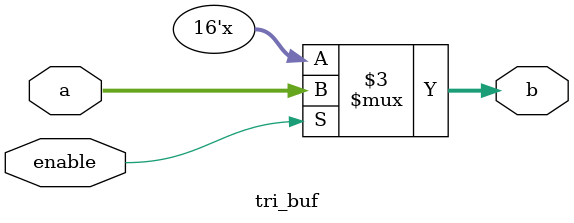
<source format=v>
module tri_buf (a,b,enable);
  input[15:0] a;
  output reg[15:0] b;
  input enable;

  always @(enable) begin
    if(enable) begin
      b <= a;
    end else begin
      b <= 16'bzzzz_zzzz_zzzz_zzzz;
    end
  end
endmodule

</source>
